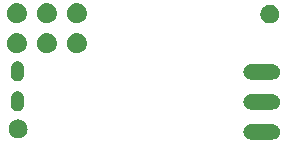
<source format=gbr>
G04 #@! TF.GenerationSoftware,KiCad,Pcbnew,7.0.3*
G04 #@! TF.CreationDate,2023-07-10T18:08:13+01:00*
G04 #@! TF.ProjectId,attiny85_ws2812_touch,61747469-6e79-4383-955f-777332383132,rev?*
G04 #@! TF.SameCoordinates,Original*
G04 #@! TF.FileFunction,Soldermask,Bot*
G04 #@! TF.FilePolarity,Negative*
%FSLAX46Y46*%
G04 Gerber Fmt 4.6, Leading zero omitted, Abs format (unit mm)*
G04 Created by KiCad (PCBNEW 7.0.3) date 2023-07-10 18:08:13*
%MOMM*%
%LPD*%
G01*
G04 APERTURE LIST*
G04 APERTURE END LIST*
G36*
X143424792Y-80938933D02*
G01*
X143458459Y-80947577D01*
X143487886Y-80950893D01*
X143533404Y-80966820D01*
X143582849Y-80979516D01*
X143605897Y-80992186D01*
X143625314Y-80998981D01*
X143674685Y-81030003D01*
X143725848Y-81058130D01*
X143738789Y-81070282D01*
X143748595Y-81076444D01*
X143798593Y-81126442D01*
X143844804Y-81169837D01*
X143849694Y-81177543D01*
X143851555Y-81179404D01*
X143919655Y-81287784D01*
X143932242Y-81307618D01*
X143951716Y-81367553D01*
X143977106Y-81440113D01*
X143978068Y-81448656D01*
X143982669Y-81462815D01*
X143986467Y-81523197D01*
X143993409Y-81584800D01*
X143991441Y-81602259D01*
X143992915Y-81625677D01*
X143982868Y-81678341D01*
X143977106Y-81729486D01*
X143968326Y-81754576D01*
X143962338Y-81785970D01*
X143942850Y-81827381D01*
X143929018Y-81866914D01*
X143910022Y-81897145D01*
X143892857Y-81933623D01*
X143868922Y-81962555D01*
X143851555Y-81990195D01*
X143819725Y-82022024D01*
X143788840Y-82059359D01*
X143765256Y-82076493D01*
X143748595Y-82093155D01*
X143702197Y-82122308D01*
X143656822Y-82155276D01*
X143637650Y-82162866D01*
X143625314Y-82170618D01*
X143563002Y-82192421D01*
X143505097Y-82215348D01*
X143493180Y-82216853D01*
X143487886Y-82218706D01*
X143401154Y-82228478D01*
X143343200Y-82235800D01*
X143336180Y-82235800D01*
X141550220Y-82235800D01*
X141543200Y-82235800D01*
X141461608Y-82230667D01*
X141427936Y-82222021D01*
X141398513Y-82218706D01*
X141353002Y-82202781D01*
X141303551Y-82190084D01*
X141280499Y-82177411D01*
X141261085Y-82170618D01*
X141211719Y-82139599D01*
X141160552Y-82111470D01*
X141147609Y-82099316D01*
X141137804Y-82093155D01*
X141087806Y-82043157D01*
X141041596Y-81999763D01*
X141036705Y-81992056D01*
X141034844Y-81990195D01*
X140966707Y-81881756D01*
X140954158Y-81861982D01*
X140934692Y-81802072D01*
X140909293Y-81729486D01*
X140908329Y-81720938D01*
X140903731Y-81706785D01*
X140899933Y-81646421D01*
X140892990Y-81584800D01*
X140894957Y-81567335D01*
X140893485Y-81543923D01*
X140903528Y-81491272D01*
X140909293Y-81440113D01*
X140918075Y-81415015D01*
X140924062Y-81383630D01*
X140943543Y-81342229D01*
X140957381Y-81302685D01*
X140976382Y-81272444D01*
X140993543Y-81235977D01*
X141017471Y-81207052D01*
X141034844Y-81179404D01*
X141066683Y-81147564D01*
X141097560Y-81110241D01*
X141121136Y-81093111D01*
X141137804Y-81076444D01*
X141184218Y-81047279D01*
X141229578Y-81014324D01*
X141248742Y-81006736D01*
X141261085Y-80998981D01*
X141323427Y-80977166D01*
X141381303Y-80954252D01*
X141393213Y-80952747D01*
X141398513Y-80950893D01*
X141485280Y-80941116D01*
X141543200Y-80933800D01*
X143343200Y-80933800D01*
X143424792Y-80938933D01*
G37*
G36*
X121863423Y-80534873D02*
G01*
X121902057Y-80534873D01*
X121945640Y-80544136D01*
X121996639Y-80549883D01*
X122033721Y-80562858D01*
X122065706Y-80569657D01*
X122111801Y-80590179D01*
X122165941Y-80609124D01*
X122194119Y-80626829D01*
X122218557Y-80637710D01*
X122264120Y-80670814D01*
X122317815Y-80704553D01*
X122337100Y-80723838D01*
X122353912Y-80736053D01*
X122395476Y-80782214D01*
X122444647Y-80831385D01*
X122455955Y-80849382D01*
X122465867Y-80860390D01*
X122499776Y-80919122D01*
X122540076Y-80983259D01*
X122545107Y-80997638D01*
X122549520Y-81005281D01*
X122572118Y-81074830D01*
X122599317Y-81152561D01*
X122600348Y-81161713D01*
X122601223Y-81164406D01*
X122609151Y-81239844D01*
X122619400Y-81330800D01*
X122609149Y-81421775D01*
X122601223Y-81497193D01*
X122600348Y-81499884D01*
X122599317Y-81509039D01*
X122572113Y-81586782D01*
X122549520Y-81656318D01*
X122545108Y-81663959D01*
X122540076Y-81678341D01*
X122499769Y-81742488D01*
X122465867Y-81801209D01*
X122455957Y-81812214D01*
X122444647Y-81830215D01*
X122395467Y-81879394D01*
X122353912Y-81925546D01*
X122337104Y-81937757D01*
X122317815Y-81957047D01*
X122264110Y-81990792D01*
X122218557Y-82023889D01*
X122194125Y-82034766D01*
X122165941Y-82052476D01*
X122111791Y-82071423D01*
X122065706Y-82091942D01*
X122033727Y-82098739D01*
X121996639Y-82111717D01*
X121945637Y-82117463D01*
X121902057Y-82126727D01*
X121863423Y-82126727D01*
X121818400Y-82131800D01*
X121773377Y-82126727D01*
X121734743Y-82126727D01*
X121691161Y-82117463D01*
X121640161Y-82111717D01*
X121603074Y-82098739D01*
X121571093Y-82091942D01*
X121525003Y-82071422D01*
X121470859Y-82052476D01*
X121442677Y-82034768D01*
X121418242Y-82023889D01*
X121372682Y-81990787D01*
X121318985Y-81957047D01*
X121299698Y-81937760D01*
X121282887Y-81925546D01*
X121241322Y-81879384D01*
X121192153Y-81830215D01*
X121180844Y-81812218D01*
X121170932Y-81801209D01*
X121137018Y-81742468D01*
X121096724Y-81678341D01*
X121091693Y-81663963D01*
X121087279Y-81656318D01*
X121064672Y-81586742D01*
X121037483Y-81509039D01*
X121036452Y-81499889D01*
X121035576Y-81497193D01*
X121027635Y-81421643D01*
X121017400Y-81330800D01*
X121027633Y-81239976D01*
X121035576Y-81164406D01*
X121036452Y-81161709D01*
X121037483Y-81152561D01*
X121064667Y-81074870D01*
X121087279Y-81005281D01*
X121091693Y-80997634D01*
X121096724Y-80983259D01*
X121137011Y-80919142D01*
X121170932Y-80860390D01*
X121180846Y-80849378D01*
X121192153Y-80831385D01*
X121241313Y-80782224D01*
X121282887Y-80736053D01*
X121299701Y-80723836D01*
X121318985Y-80704553D01*
X121372678Y-80670815D01*
X121418246Y-80637708D01*
X121442684Y-80626827D01*
X121470859Y-80609124D01*
X121524987Y-80590183D01*
X121571089Y-80569658D01*
X121603079Y-80562858D01*
X121640161Y-80549883D01*
X121691159Y-80544136D01*
X121734743Y-80534873D01*
X121773377Y-80534873D01*
X121818400Y-80529800D01*
X121863423Y-80534873D01*
G37*
G36*
X121783272Y-78147929D02*
G01*
X121833905Y-78147929D01*
X121853354Y-78152722D01*
X121879704Y-78154525D01*
X121922780Y-78169834D01*
X121962663Y-78179664D01*
X121988299Y-78193119D01*
X122021096Y-78204775D01*
X122051796Y-78226446D01*
X122080083Y-78241292D01*
X122108524Y-78266488D01*
X122143687Y-78291309D01*
X122162129Y-78313978D01*
X122179340Y-78329225D01*
X122206242Y-78368199D01*
X122238385Y-78407709D01*
X122246655Y-78426749D01*
X122254673Y-78438365D01*
X122275129Y-78492304D01*
X122298167Y-78545342D01*
X122299828Y-78557428D01*
X122301697Y-78562356D01*
X122310723Y-78636694D01*
X122318600Y-78694000D01*
X122318600Y-79294000D01*
X122313468Y-79369028D01*
X122304826Y-79399869D01*
X122301697Y-79425643D01*
X122286031Y-79466949D01*
X122272983Y-79513519D01*
X122260724Y-79533676D01*
X122254673Y-79549634D01*
X122223981Y-79594099D01*
X122195017Y-79641729D01*
X122184008Y-79652009D01*
X122179340Y-79658774D01*
X122129287Y-79703116D01*
X122085351Y-79744150D01*
X122054259Y-79760260D01*
X121962663Y-79808335D01*
X121960408Y-79808890D01*
X121952119Y-79813186D01*
X121893894Y-79825284D01*
X121833905Y-79840071D01*
X121822738Y-79840071D01*
X121805202Y-79843715D01*
X121751928Y-79840071D01*
X121701295Y-79840071D01*
X121681846Y-79835277D01*
X121655496Y-79833475D01*
X121612414Y-79818164D01*
X121572536Y-79808335D01*
X121546903Y-79794881D01*
X121514104Y-79783225D01*
X121483400Y-79761552D01*
X121455116Y-79746707D01*
X121426676Y-79721511D01*
X121391513Y-79696691D01*
X121373070Y-79674021D01*
X121355859Y-79658774D01*
X121328955Y-79619797D01*
X121296815Y-79580291D01*
X121288545Y-79561252D01*
X121280526Y-79549634D01*
X121260065Y-79495684D01*
X121237033Y-79442658D01*
X121235372Y-79430573D01*
X121233502Y-79425643D01*
X121224473Y-79351284D01*
X121216600Y-79294000D01*
X121216600Y-78694000D01*
X121221732Y-78618972D01*
X121230371Y-78588136D01*
X121233502Y-78562356D01*
X121249172Y-78521036D01*
X121262217Y-78474481D01*
X121274471Y-78454329D01*
X121280526Y-78438365D01*
X121311231Y-78393880D01*
X121340183Y-78346271D01*
X121351186Y-78335994D01*
X121355859Y-78329225D01*
X121405951Y-78284847D01*
X121449849Y-78243850D01*
X121480712Y-78227857D01*
X121572536Y-78179664D01*
X121574796Y-78179106D01*
X121583081Y-78174814D01*
X121641290Y-78162718D01*
X121701295Y-78147929D01*
X121712462Y-78147929D01*
X121729998Y-78144285D01*
X121783272Y-78147929D01*
G37*
G36*
X143424792Y-78398933D02*
G01*
X143458459Y-78407577D01*
X143487886Y-78410893D01*
X143533404Y-78426820D01*
X143582849Y-78439516D01*
X143605897Y-78452186D01*
X143625314Y-78458981D01*
X143674685Y-78490003D01*
X143725848Y-78518130D01*
X143738789Y-78530282D01*
X143748595Y-78536444D01*
X143798593Y-78586442D01*
X143844804Y-78629837D01*
X143849694Y-78637543D01*
X143851555Y-78639404D01*
X143919655Y-78747784D01*
X143932242Y-78767618D01*
X143951716Y-78827553D01*
X143977106Y-78900113D01*
X143978068Y-78908656D01*
X143982669Y-78922815D01*
X143986467Y-78983197D01*
X143993409Y-79044800D01*
X143991441Y-79062259D01*
X143992915Y-79085677D01*
X143982868Y-79138341D01*
X143977106Y-79189486D01*
X143968326Y-79214576D01*
X143962338Y-79245970D01*
X143942850Y-79287381D01*
X143929018Y-79326914D01*
X143910022Y-79357145D01*
X143892857Y-79393623D01*
X143868922Y-79422555D01*
X143851555Y-79450195D01*
X143819725Y-79482024D01*
X143788840Y-79519359D01*
X143765256Y-79536493D01*
X143748595Y-79553155D01*
X143702197Y-79582308D01*
X143656822Y-79615276D01*
X143637650Y-79622866D01*
X143625314Y-79630618D01*
X143563002Y-79652421D01*
X143505097Y-79675348D01*
X143493180Y-79676853D01*
X143487886Y-79678706D01*
X143401154Y-79688478D01*
X143343200Y-79695800D01*
X143336180Y-79695800D01*
X141550220Y-79695800D01*
X141543200Y-79695800D01*
X141461608Y-79690667D01*
X141427936Y-79682021D01*
X141398513Y-79678706D01*
X141353002Y-79662781D01*
X141303551Y-79650084D01*
X141280499Y-79637411D01*
X141261085Y-79630618D01*
X141211719Y-79599599D01*
X141160552Y-79571470D01*
X141147609Y-79559316D01*
X141137804Y-79553155D01*
X141087806Y-79503157D01*
X141041596Y-79459763D01*
X141036705Y-79452056D01*
X141034844Y-79450195D01*
X140966707Y-79341756D01*
X140954158Y-79321982D01*
X140934692Y-79262072D01*
X140909293Y-79189486D01*
X140908329Y-79180938D01*
X140903731Y-79166785D01*
X140899933Y-79106421D01*
X140892990Y-79044800D01*
X140894957Y-79027335D01*
X140893485Y-79003923D01*
X140903528Y-78951272D01*
X140909293Y-78900113D01*
X140918075Y-78875015D01*
X140924062Y-78843630D01*
X140943543Y-78802229D01*
X140957381Y-78762685D01*
X140976382Y-78732444D01*
X140993543Y-78695977D01*
X141017471Y-78667052D01*
X141034844Y-78639404D01*
X141066683Y-78607564D01*
X141097560Y-78570241D01*
X141121136Y-78553111D01*
X141137804Y-78536444D01*
X141184218Y-78507279D01*
X141229578Y-78474324D01*
X141248742Y-78466736D01*
X141261085Y-78458981D01*
X141323427Y-78437166D01*
X141381303Y-78414252D01*
X141393213Y-78412747D01*
X141398513Y-78410893D01*
X141485280Y-78401116D01*
X141543200Y-78393800D01*
X143343200Y-78393800D01*
X143424792Y-78398933D01*
G37*
G36*
X121783272Y-75607929D02*
G01*
X121833905Y-75607929D01*
X121853354Y-75612722D01*
X121879704Y-75614525D01*
X121922780Y-75629834D01*
X121962663Y-75639664D01*
X121988299Y-75653119D01*
X122021096Y-75664775D01*
X122051796Y-75686446D01*
X122080083Y-75701292D01*
X122108524Y-75726488D01*
X122143687Y-75751309D01*
X122162129Y-75773978D01*
X122179340Y-75789225D01*
X122206242Y-75828199D01*
X122238385Y-75867709D01*
X122246655Y-75886749D01*
X122254673Y-75898365D01*
X122275129Y-75952304D01*
X122298167Y-76005342D01*
X122299828Y-76017428D01*
X122301697Y-76022356D01*
X122310723Y-76096694D01*
X122318600Y-76154000D01*
X122318600Y-76754000D01*
X122313468Y-76829028D01*
X122304826Y-76859869D01*
X122301697Y-76885643D01*
X122286031Y-76926949D01*
X122272983Y-76973519D01*
X122260724Y-76993676D01*
X122254673Y-77009634D01*
X122223981Y-77054099D01*
X122195017Y-77101729D01*
X122184008Y-77112009D01*
X122179340Y-77118774D01*
X122129287Y-77163116D01*
X122085351Y-77204150D01*
X122054259Y-77220260D01*
X121962663Y-77268335D01*
X121960408Y-77268890D01*
X121952119Y-77273186D01*
X121893894Y-77285284D01*
X121833905Y-77300071D01*
X121822738Y-77300071D01*
X121805202Y-77303715D01*
X121751928Y-77300071D01*
X121701295Y-77300071D01*
X121681846Y-77295277D01*
X121655496Y-77293475D01*
X121612414Y-77278164D01*
X121572536Y-77268335D01*
X121546903Y-77254881D01*
X121514104Y-77243225D01*
X121483400Y-77221552D01*
X121455116Y-77206707D01*
X121426676Y-77181511D01*
X121391513Y-77156691D01*
X121373070Y-77134021D01*
X121355859Y-77118774D01*
X121328955Y-77079797D01*
X121296815Y-77040291D01*
X121288545Y-77021252D01*
X121280526Y-77009634D01*
X121260065Y-76955684D01*
X121237033Y-76902658D01*
X121235372Y-76890573D01*
X121233502Y-76885643D01*
X121224473Y-76811284D01*
X121216600Y-76754000D01*
X121216600Y-76154000D01*
X121221732Y-76078972D01*
X121230371Y-76048136D01*
X121233502Y-76022356D01*
X121249172Y-75981036D01*
X121262217Y-75934481D01*
X121274471Y-75914329D01*
X121280526Y-75898365D01*
X121311231Y-75853880D01*
X121340183Y-75806271D01*
X121351186Y-75795994D01*
X121355859Y-75789225D01*
X121405951Y-75744847D01*
X121449849Y-75703850D01*
X121480712Y-75687857D01*
X121572536Y-75639664D01*
X121574796Y-75639106D01*
X121583081Y-75634814D01*
X121641290Y-75622718D01*
X121701295Y-75607929D01*
X121712462Y-75607929D01*
X121729998Y-75604285D01*
X121783272Y-75607929D01*
G37*
G36*
X143424792Y-75858933D02*
G01*
X143458459Y-75867577D01*
X143487886Y-75870893D01*
X143533404Y-75886820D01*
X143582849Y-75899516D01*
X143605897Y-75912186D01*
X143625314Y-75918981D01*
X143674685Y-75950003D01*
X143725848Y-75978130D01*
X143738789Y-75990282D01*
X143748595Y-75996444D01*
X143798593Y-76046442D01*
X143844804Y-76089837D01*
X143849694Y-76097543D01*
X143851555Y-76099404D01*
X143919655Y-76207784D01*
X143932242Y-76227618D01*
X143951716Y-76287553D01*
X143977106Y-76360113D01*
X143978068Y-76368656D01*
X143982669Y-76382815D01*
X143986467Y-76443197D01*
X143993409Y-76504800D01*
X143991441Y-76522259D01*
X143992915Y-76545677D01*
X143982868Y-76598341D01*
X143977106Y-76649486D01*
X143968326Y-76674576D01*
X143962338Y-76705970D01*
X143942850Y-76747381D01*
X143929018Y-76786914D01*
X143910022Y-76817145D01*
X143892857Y-76853623D01*
X143868922Y-76882555D01*
X143851555Y-76910195D01*
X143819725Y-76942024D01*
X143788840Y-76979359D01*
X143765256Y-76996493D01*
X143748595Y-77013155D01*
X143702197Y-77042308D01*
X143656822Y-77075276D01*
X143637650Y-77082866D01*
X143625314Y-77090618D01*
X143563002Y-77112421D01*
X143505097Y-77135348D01*
X143493180Y-77136853D01*
X143487886Y-77138706D01*
X143401154Y-77148478D01*
X143343200Y-77155800D01*
X143336180Y-77155800D01*
X141550220Y-77155800D01*
X141543200Y-77155800D01*
X141461608Y-77150667D01*
X141427936Y-77142021D01*
X141398513Y-77138706D01*
X141353002Y-77122781D01*
X141303551Y-77110084D01*
X141280499Y-77097411D01*
X141261085Y-77090618D01*
X141211719Y-77059599D01*
X141160552Y-77031470D01*
X141147609Y-77019316D01*
X141137804Y-77013155D01*
X141087806Y-76963157D01*
X141041596Y-76919763D01*
X141036705Y-76912056D01*
X141034844Y-76910195D01*
X140966707Y-76801756D01*
X140954158Y-76781982D01*
X140934692Y-76722072D01*
X140909293Y-76649486D01*
X140908329Y-76640938D01*
X140903731Y-76626785D01*
X140899933Y-76566421D01*
X140892990Y-76504800D01*
X140894957Y-76487335D01*
X140893485Y-76463923D01*
X140903528Y-76411272D01*
X140909293Y-76360113D01*
X140918075Y-76335015D01*
X140924062Y-76303630D01*
X140943543Y-76262229D01*
X140957381Y-76222685D01*
X140976382Y-76192444D01*
X140993543Y-76155977D01*
X141017471Y-76127052D01*
X141034844Y-76099404D01*
X141066683Y-76067564D01*
X141097560Y-76030241D01*
X141121136Y-76013111D01*
X141137804Y-75996444D01*
X141184218Y-75967279D01*
X141229578Y-75934324D01*
X141248742Y-75926736D01*
X141261085Y-75918981D01*
X141323427Y-75897166D01*
X141381303Y-75874252D01*
X141393213Y-75872747D01*
X141398513Y-75870893D01*
X141485280Y-75861116D01*
X141543200Y-75853800D01*
X143343200Y-75853800D01*
X143424792Y-75858933D01*
G37*
G36*
X121757999Y-73220062D02*
G01*
X121805754Y-73220062D01*
X121846994Y-73228827D01*
X121882701Y-73232345D01*
X121927559Y-73245952D01*
X121979773Y-73257051D01*
X122013184Y-73271926D01*
X122042235Y-73280739D01*
X122088402Y-73305415D01*
X122142300Y-73329412D01*
X122167354Y-73347615D01*
X122189253Y-73359320D01*
X122233928Y-73395984D01*
X122286230Y-73433984D01*
X122303211Y-73452843D01*
X122318120Y-73465079D01*
X122358187Y-73513901D01*
X122405273Y-73566195D01*
X122415164Y-73583327D01*
X122423879Y-73593946D01*
X122456106Y-73654240D01*
X122494227Y-73720267D01*
X122498613Y-73733768D01*
X122502460Y-73740964D01*
X122523661Y-73810855D01*
X122549204Y-73889467D01*
X122550103Y-73898023D01*
X122550854Y-73900498D01*
X122558171Y-73974789D01*
X122567800Y-74066400D01*
X122558170Y-74158019D01*
X122550854Y-74232301D01*
X122550103Y-74234775D01*
X122549204Y-74243333D01*
X122523656Y-74321958D01*
X122502460Y-74391835D01*
X122498614Y-74399029D01*
X122494227Y-74412533D01*
X122456099Y-74478572D01*
X122423879Y-74538853D01*
X122415166Y-74549469D01*
X122405273Y-74566605D01*
X122358178Y-74618909D01*
X122318120Y-74667720D01*
X122303214Y-74679952D01*
X122286230Y-74698816D01*
X122233918Y-74736823D01*
X122189253Y-74773479D01*
X122167359Y-74785180D01*
X122142300Y-74803388D01*
X122088391Y-74827389D01*
X122042235Y-74852060D01*
X122013191Y-74860870D01*
X121979773Y-74875749D01*
X121927548Y-74886849D01*
X121882701Y-74900454D01*
X121847003Y-74903970D01*
X121805754Y-74912738D01*
X121757988Y-74912738D01*
X121716799Y-74916795D01*
X121675611Y-74912738D01*
X121627846Y-74912738D01*
X121586597Y-74903970D01*
X121550898Y-74900454D01*
X121506048Y-74886848D01*
X121453827Y-74875749D01*
X121420410Y-74860871D01*
X121391364Y-74852060D01*
X121345202Y-74827386D01*
X121291300Y-74803388D01*
X121266243Y-74785183D01*
X121244346Y-74773479D01*
X121199673Y-74736816D01*
X121147370Y-74698816D01*
X121130388Y-74679955D01*
X121115479Y-74667720D01*
X121075410Y-74618896D01*
X121028327Y-74566605D01*
X121018436Y-74549473D01*
X121009720Y-74538853D01*
X120977487Y-74478548D01*
X120939373Y-74412533D01*
X120934986Y-74399034D01*
X120931139Y-74391835D01*
X120909928Y-74321912D01*
X120884396Y-74243333D01*
X120883497Y-74234780D01*
X120882745Y-74232301D01*
X120875414Y-74157874D01*
X120865800Y-74066400D01*
X120875411Y-73974947D01*
X120882745Y-73900498D01*
X120883497Y-73898018D01*
X120884396Y-73889467D01*
X120909923Y-73810902D01*
X120931139Y-73740964D01*
X120934987Y-73733763D01*
X120939373Y-73720267D01*
X120977480Y-73654263D01*
X121009720Y-73593946D01*
X121018438Y-73583323D01*
X121028327Y-73566195D01*
X121075401Y-73513913D01*
X121115479Y-73465079D01*
X121130391Y-73452840D01*
X121147370Y-73433984D01*
X121199662Y-73395991D01*
X121244346Y-73359320D01*
X121266248Y-73347613D01*
X121291300Y-73329412D01*
X121345191Y-73305418D01*
X121391364Y-73280739D01*
X121420417Y-73271925D01*
X121453827Y-73257051D01*
X121506037Y-73245953D01*
X121550898Y-73232345D01*
X121586606Y-73228827D01*
X121627846Y-73220062D01*
X121675601Y-73220062D01*
X121716800Y-73216004D01*
X121757999Y-73220062D01*
G37*
G36*
X124297999Y-73220062D02*
G01*
X124345754Y-73220062D01*
X124386994Y-73228827D01*
X124422701Y-73232345D01*
X124467559Y-73245952D01*
X124519773Y-73257051D01*
X124553184Y-73271926D01*
X124582235Y-73280739D01*
X124628402Y-73305415D01*
X124682300Y-73329412D01*
X124707354Y-73347615D01*
X124729253Y-73359320D01*
X124773928Y-73395984D01*
X124826230Y-73433984D01*
X124843211Y-73452843D01*
X124858120Y-73465079D01*
X124898187Y-73513901D01*
X124945273Y-73566195D01*
X124955164Y-73583327D01*
X124963879Y-73593946D01*
X124996106Y-73654240D01*
X125034227Y-73720267D01*
X125038613Y-73733768D01*
X125042460Y-73740964D01*
X125063661Y-73810855D01*
X125089204Y-73889467D01*
X125090103Y-73898023D01*
X125090854Y-73900498D01*
X125098171Y-73974789D01*
X125107800Y-74066400D01*
X125098170Y-74158019D01*
X125090854Y-74232301D01*
X125090103Y-74234775D01*
X125089204Y-74243333D01*
X125063656Y-74321958D01*
X125042460Y-74391835D01*
X125038614Y-74399029D01*
X125034227Y-74412533D01*
X124996099Y-74478572D01*
X124963879Y-74538853D01*
X124955166Y-74549469D01*
X124945273Y-74566605D01*
X124898178Y-74618909D01*
X124858120Y-74667720D01*
X124843214Y-74679952D01*
X124826230Y-74698816D01*
X124773918Y-74736823D01*
X124729253Y-74773479D01*
X124707359Y-74785180D01*
X124682300Y-74803388D01*
X124628391Y-74827389D01*
X124582235Y-74852060D01*
X124553191Y-74860870D01*
X124519773Y-74875749D01*
X124467548Y-74886849D01*
X124422701Y-74900454D01*
X124387003Y-74903970D01*
X124345754Y-74912738D01*
X124297988Y-74912738D01*
X124256799Y-74916795D01*
X124215611Y-74912738D01*
X124167846Y-74912738D01*
X124126597Y-74903970D01*
X124090898Y-74900454D01*
X124046048Y-74886848D01*
X123993827Y-74875749D01*
X123960410Y-74860871D01*
X123931364Y-74852060D01*
X123885202Y-74827386D01*
X123831300Y-74803388D01*
X123806243Y-74785183D01*
X123784346Y-74773479D01*
X123739673Y-74736816D01*
X123687370Y-74698816D01*
X123670388Y-74679955D01*
X123655479Y-74667720D01*
X123615410Y-74618896D01*
X123568327Y-74566605D01*
X123558436Y-74549473D01*
X123549720Y-74538853D01*
X123517487Y-74478548D01*
X123479373Y-74412533D01*
X123474986Y-74399034D01*
X123471139Y-74391835D01*
X123449928Y-74321912D01*
X123424396Y-74243333D01*
X123423497Y-74234780D01*
X123422745Y-74232301D01*
X123415414Y-74157874D01*
X123405800Y-74066400D01*
X123415411Y-73974947D01*
X123422745Y-73900498D01*
X123423497Y-73898018D01*
X123424396Y-73889467D01*
X123449923Y-73810902D01*
X123471139Y-73740964D01*
X123474987Y-73733763D01*
X123479373Y-73720267D01*
X123517480Y-73654263D01*
X123549720Y-73593946D01*
X123558438Y-73583323D01*
X123568327Y-73566195D01*
X123615401Y-73513913D01*
X123655479Y-73465079D01*
X123670391Y-73452840D01*
X123687370Y-73433984D01*
X123739662Y-73395991D01*
X123784346Y-73359320D01*
X123806248Y-73347613D01*
X123831300Y-73329412D01*
X123885191Y-73305418D01*
X123931364Y-73280739D01*
X123960417Y-73271925D01*
X123993827Y-73257051D01*
X124046037Y-73245953D01*
X124090898Y-73232345D01*
X124126606Y-73228827D01*
X124167846Y-73220062D01*
X124215601Y-73220062D01*
X124256800Y-73216004D01*
X124297999Y-73220062D01*
G37*
G36*
X126837999Y-73220062D02*
G01*
X126885754Y-73220062D01*
X126926994Y-73228827D01*
X126962701Y-73232345D01*
X127007559Y-73245952D01*
X127059773Y-73257051D01*
X127093184Y-73271926D01*
X127122235Y-73280739D01*
X127168402Y-73305415D01*
X127222300Y-73329412D01*
X127247354Y-73347615D01*
X127269253Y-73359320D01*
X127313928Y-73395984D01*
X127366230Y-73433984D01*
X127383211Y-73452843D01*
X127398120Y-73465079D01*
X127438187Y-73513901D01*
X127485273Y-73566195D01*
X127495164Y-73583327D01*
X127503879Y-73593946D01*
X127536106Y-73654240D01*
X127574227Y-73720267D01*
X127578613Y-73733768D01*
X127582460Y-73740964D01*
X127603661Y-73810855D01*
X127629204Y-73889467D01*
X127630103Y-73898023D01*
X127630854Y-73900498D01*
X127638171Y-73974789D01*
X127647800Y-74066400D01*
X127638170Y-74158019D01*
X127630854Y-74232301D01*
X127630103Y-74234775D01*
X127629204Y-74243333D01*
X127603656Y-74321958D01*
X127582460Y-74391835D01*
X127578614Y-74399029D01*
X127574227Y-74412533D01*
X127536099Y-74478572D01*
X127503879Y-74538853D01*
X127495166Y-74549469D01*
X127485273Y-74566605D01*
X127438178Y-74618909D01*
X127398120Y-74667720D01*
X127383214Y-74679952D01*
X127366230Y-74698816D01*
X127313918Y-74736823D01*
X127269253Y-74773479D01*
X127247359Y-74785180D01*
X127222300Y-74803388D01*
X127168391Y-74827389D01*
X127122235Y-74852060D01*
X127093191Y-74860870D01*
X127059773Y-74875749D01*
X127007548Y-74886849D01*
X126962701Y-74900454D01*
X126927003Y-74903970D01*
X126885754Y-74912738D01*
X126837988Y-74912738D01*
X126796799Y-74916795D01*
X126755611Y-74912738D01*
X126707846Y-74912738D01*
X126666597Y-74903970D01*
X126630898Y-74900454D01*
X126586048Y-74886848D01*
X126533827Y-74875749D01*
X126500410Y-74860871D01*
X126471364Y-74852060D01*
X126425202Y-74827386D01*
X126371300Y-74803388D01*
X126346243Y-74785183D01*
X126324346Y-74773479D01*
X126279673Y-74736816D01*
X126227370Y-74698816D01*
X126210388Y-74679955D01*
X126195479Y-74667720D01*
X126155410Y-74618896D01*
X126108327Y-74566605D01*
X126098436Y-74549473D01*
X126089720Y-74538853D01*
X126057487Y-74478548D01*
X126019373Y-74412533D01*
X126014986Y-74399034D01*
X126011139Y-74391835D01*
X125989928Y-74321912D01*
X125964396Y-74243333D01*
X125963497Y-74234780D01*
X125962745Y-74232301D01*
X125955414Y-74157874D01*
X125945800Y-74066400D01*
X125955411Y-73974947D01*
X125962745Y-73900498D01*
X125963497Y-73898018D01*
X125964396Y-73889467D01*
X125989923Y-73810902D01*
X126011139Y-73740964D01*
X126014987Y-73733763D01*
X126019373Y-73720267D01*
X126057480Y-73654263D01*
X126089720Y-73593946D01*
X126098438Y-73583323D01*
X126108327Y-73566195D01*
X126155401Y-73513913D01*
X126195479Y-73465079D01*
X126210391Y-73452840D01*
X126227370Y-73433984D01*
X126279662Y-73395991D01*
X126324346Y-73359320D01*
X126346248Y-73347613D01*
X126371300Y-73329412D01*
X126425191Y-73305418D01*
X126471364Y-73280739D01*
X126500417Y-73271925D01*
X126533827Y-73257051D01*
X126586037Y-73245953D01*
X126630898Y-73232345D01*
X126666606Y-73228827D01*
X126707846Y-73220062D01*
X126755601Y-73220062D01*
X126796800Y-73216004D01*
X126837999Y-73220062D01*
G37*
G36*
X143174023Y-70806673D02*
G01*
X143212657Y-70806673D01*
X143256240Y-70815936D01*
X143307239Y-70821683D01*
X143344321Y-70834658D01*
X143376306Y-70841457D01*
X143422401Y-70861979D01*
X143476541Y-70880924D01*
X143504719Y-70898629D01*
X143529157Y-70909510D01*
X143574720Y-70942614D01*
X143628415Y-70976353D01*
X143647700Y-70995638D01*
X143664512Y-71007853D01*
X143706076Y-71054014D01*
X143755247Y-71103185D01*
X143766555Y-71121182D01*
X143776467Y-71132190D01*
X143810376Y-71190922D01*
X143850676Y-71255059D01*
X143855707Y-71269438D01*
X143860120Y-71277081D01*
X143882718Y-71346630D01*
X143909917Y-71424361D01*
X143910948Y-71433513D01*
X143911823Y-71436206D01*
X143919751Y-71511644D01*
X143930000Y-71602600D01*
X143919749Y-71693575D01*
X143911823Y-71768993D01*
X143910948Y-71771684D01*
X143909917Y-71780839D01*
X143882713Y-71858582D01*
X143860120Y-71928118D01*
X143855708Y-71935759D01*
X143850676Y-71950141D01*
X143810369Y-72014288D01*
X143776467Y-72073009D01*
X143766557Y-72084014D01*
X143755247Y-72102015D01*
X143706067Y-72151194D01*
X143664512Y-72197346D01*
X143647704Y-72209557D01*
X143628415Y-72228847D01*
X143574710Y-72262592D01*
X143529157Y-72295689D01*
X143504725Y-72306566D01*
X143476541Y-72324276D01*
X143422391Y-72343223D01*
X143376306Y-72363742D01*
X143344327Y-72370539D01*
X143307239Y-72383517D01*
X143256237Y-72389263D01*
X143212657Y-72398527D01*
X143174023Y-72398527D01*
X143129000Y-72403600D01*
X143083977Y-72398527D01*
X143045343Y-72398527D01*
X143001761Y-72389263D01*
X142950761Y-72383517D01*
X142913674Y-72370539D01*
X142881693Y-72363742D01*
X142835603Y-72343222D01*
X142781459Y-72324276D01*
X142753277Y-72306568D01*
X142728842Y-72295689D01*
X142683282Y-72262587D01*
X142629585Y-72228847D01*
X142610298Y-72209560D01*
X142593487Y-72197346D01*
X142551922Y-72151184D01*
X142502753Y-72102015D01*
X142491444Y-72084018D01*
X142481532Y-72073009D01*
X142447618Y-72014268D01*
X142407324Y-71950141D01*
X142402293Y-71935763D01*
X142397879Y-71928118D01*
X142375272Y-71858542D01*
X142348083Y-71780839D01*
X142347052Y-71771689D01*
X142346176Y-71768993D01*
X142338235Y-71693443D01*
X142328000Y-71602600D01*
X142338233Y-71511776D01*
X142346176Y-71436206D01*
X142347052Y-71433509D01*
X142348083Y-71424361D01*
X142375267Y-71346670D01*
X142397879Y-71277081D01*
X142402293Y-71269434D01*
X142407324Y-71255059D01*
X142447611Y-71190942D01*
X142481532Y-71132190D01*
X142491446Y-71121178D01*
X142502753Y-71103185D01*
X142551913Y-71054024D01*
X142593487Y-71007853D01*
X142610301Y-70995636D01*
X142629585Y-70976353D01*
X142683278Y-70942615D01*
X142728846Y-70909508D01*
X142753284Y-70898627D01*
X142781459Y-70880924D01*
X142835587Y-70861983D01*
X142881689Y-70841458D01*
X142913679Y-70834658D01*
X142950761Y-70821683D01*
X143001759Y-70815936D01*
X143045343Y-70806673D01*
X143083977Y-70806673D01*
X143129000Y-70801600D01*
X143174023Y-70806673D01*
G37*
G36*
X121757999Y-70680062D02*
G01*
X121805754Y-70680062D01*
X121846994Y-70688827D01*
X121882701Y-70692345D01*
X121927559Y-70705952D01*
X121979773Y-70717051D01*
X122013184Y-70731926D01*
X122042235Y-70740739D01*
X122088402Y-70765415D01*
X122142300Y-70789412D01*
X122167354Y-70807615D01*
X122189253Y-70819320D01*
X122233928Y-70855984D01*
X122286230Y-70893984D01*
X122303211Y-70912843D01*
X122318120Y-70925079D01*
X122358187Y-70973901D01*
X122405273Y-71026195D01*
X122415164Y-71043327D01*
X122423879Y-71053946D01*
X122456106Y-71114240D01*
X122494227Y-71180267D01*
X122498613Y-71193768D01*
X122502460Y-71200964D01*
X122523661Y-71270855D01*
X122549204Y-71349467D01*
X122550103Y-71358023D01*
X122550854Y-71360498D01*
X122558171Y-71434789D01*
X122567800Y-71526400D01*
X122558170Y-71618019D01*
X122550854Y-71692301D01*
X122550103Y-71694775D01*
X122549204Y-71703333D01*
X122523656Y-71781958D01*
X122502460Y-71851835D01*
X122498614Y-71859029D01*
X122494227Y-71872533D01*
X122456099Y-71938572D01*
X122423879Y-71998853D01*
X122415166Y-72009469D01*
X122405273Y-72026605D01*
X122358178Y-72078909D01*
X122318120Y-72127720D01*
X122303214Y-72139952D01*
X122286230Y-72158816D01*
X122233918Y-72196823D01*
X122189253Y-72233479D01*
X122167359Y-72245180D01*
X122142300Y-72263388D01*
X122088391Y-72287389D01*
X122042235Y-72312060D01*
X122013191Y-72320870D01*
X121979773Y-72335749D01*
X121927548Y-72346849D01*
X121882701Y-72360454D01*
X121847003Y-72363970D01*
X121805754Y-72372738D01*
X121757988Y-72372738D01*
X121716799Y-72376795D01*
X121675611Y-72372738D01*
X121627846Y-72372738D01*
X121586597Y-72363970D01*
X121550898Y-72360454D01*
X121506048Y-72346848D01*
X121453827Y-72335749D01*
X121420410Y-72320871D01*
X121391364Y-72312060D01*
X121345202Y-72287386D01*
X121291300Y-72263388D01*
X121266243Y-72245183D01*
X121244346Y-72233479D01*
X121199673Y-72196816D01*
X121147370Y-72158816D01*
X121130388Y-72139955D01*
X121115479Y-72127720D01*
X121075410Y-72078896D01*
X121028327Y-72026605D01*
X121018436Y-72009473D01*
X121009720Y-71998853D01*
X120977487Y-71938548D01*
X120939373Y-71872533D01*
X120934986Y-71859034D01*
X120931139Y-71851835D01*
X120909928Y-71781912D01*
X120884396Y-71703333D01*
X120883497Y-71694780D01*
X120882745Y-71692301D01*
X120875413Y-71617867D01*
X120865800Y-71526400D01*
X120875412Y-71434940D01*
X120882745Y-71360498D01*
X120883497Y-71358018D01*
X120884396Y-71349467D01*
X120909923Y-71270902D01*
X120931139Y-71200964D01*
X120934987Y-71193763D01*
X120939373Y-71180267D01*
X120977480Y-71114263D01*
X121009720Y-71053946D01*
X121018438Y-71043323D01*
X121028327Y-71026195D01*
X121075401Y-70973913D01*
X121115479Y-70925079D01*
X121130391Y-70912840D01*
X121147370Y-70893984D01*
X121199662Y-70855991D01*
X121244346Y-70819320D01*
X121266248Y-70807613D01*
X121291300Y-70789412D01*
X121345191Y-70765418D01*
X121391364Y-70740739D01*
X121420417Y-70731925D01*
X121453827Y-70717051D01*
X121506037Y-70705953D01*
X121550898Y-70692345D01*
X121586606Y-70688827D01*
X121627846Y-70680062D01*
X121675601Y-70680062D01*
X121716800Y-70676004D01*
X121757999Y-70680062D01*
G37*
G36*
X124297999Y-70680062D02*
G01*
X124345754Y-70680062D01*
X124386994Y-70688827D01*
X124422701Y-70692345D01*
X124467559Y-70705952D01*
X124519773Y-70717051D01*
X124553184Y-70731926D01*
X124582235Y-70740739D01*
X124628402Y-70765415D01*
X124682300Y-70789412D01*
X124707354Y-70807615D01*
X124729253Y-70819320D01*
X124773928Y-70855984D01*
X124826230Y-70893984D01*
X124843211Y-70912843D01*
X124858120Y-70925079D01*
X124898187Y-70973901D01*
X124945273Y-71026195D01*
X124955164Y-71043327D01*
X124963879Y-71053946D01*
X124996106Y-71114240D01*
X125034227Y-71180267D01*
X125038613Y-71193768D01*
X125042460Y-71200964D01*
X125063661Y-71270855D01*
X125089204Y-71349467D01*
X125090103Y-71358023D01*
X125090854Y-71360498D01*
X125098171Y-71434789D01*
X125107800Y-71526400D01*
X125098170Y-71618019D01*
X125090854Y-71692301D01*
X125090103Y-71694775D01*
X125089204Y-71703333D01*
X125063656Y-71781958D01*
X125042460Y-71851835D01*
X125038614Y-71859029D01*
X125034227Y-71872533D01*
X124996099Y-71938572D01*
X124963879Y-71998853D01*
X124955166Y-72009469D01*
X124945273Y-72026605D01*
X124898178Y-72078909D01*
X124858120Y-72127720D01*
X124843214Y-72139952D01*
X124826230Y-72158816D01*
X124773918Y-72196823D01*
X124729253Y-72233479D01*
X124707359Y-72245180D01*
X124682300Y-72263388D01*
X124628391Y-72287389D01*
X124582235Y-72312060D01*
X124553191Y-72320870D01*
X124519773Y-72335749D01*
X124467548Y-72346849D01*
X124422701Y-72360454D01*
X124387003Y-72363970D01*
X124345754Y-72372738D01*
X124297988Y-72372738D01*
X124256799Y-72376795D01*
X124215611Y-72372738D01*
X124167846Y-72372738D01*
X124126597Y-72363970D01*
X124090898Y-72360454D01*
X124046048Y-72346848D01*
X123993827Y-72335749D01*
X123960410Y-72320871D01*
X123931364Y-72312060D01*
X123885202Y-72287386D01*
X123831300Y-72263388D01*
X123806243Y-72245183D01*
X123784346Y-72233479D01*
X123739673Y-72196816D01*
X123687370Y-72158816D01*
X123670388Y-72139955D01*
X123655479Y-72127720D01*
X123615410Y-72078896D01*
X123568327Y-72026605D01*
X123558436Y-72009473D01*
X123549720Y-71998853D01*
X123517487Y-71938548D01*
X123479373Y-71872533D01*
X123474986Y-71859034D01*
X123471139Y-71851835D01*
X123449928Y-71781912D01*
X123424396Y-71703333D01*
X123423497Y-71694780D01*
X123422745Y-71692301D01*
X123415413Y-71617867D01*
X123405800Y-71526400D01*
X123415412Y-71434940D01*
X123422745Y-71360498D01*
X123423497Y-71358018D01*
X123424396Y-71349467D01*
X123449923Y-71270902D01*
X123471139Y-71200964D01*
X123474987Y-71193763D01*
X123479373Y-71180267D01*
X123517480Y-71114263D01*
X123549720Y-71053946D01*
X123558438Y-71043323D01*
X123568327Y-71026195D01*
X123615401Y-70973913D01*
X123655479Y-70925079D01*
X123670391Y-70912840D01*
X123687370Y-70893984D01*
X123739662Y-70855991D01*
X123784346Y-70819320D01*
X123806248Y-70807613D01*
X123831300Y-70789412D01*
X123885191Y-70765418D01*
X123931364Y-70740739D01*
X123960417Y-70731925D01*
X123993827Y-70717051D01*
X124046037Y-70705953D01*
X124090898Y-70692345D01*
X124126606Y-70688827D01*
X124167846Y-70680062D01*
X124215601Y-70680062D01*
X124256800Y-70676004D01*
X124297999Y-70680062D01*
G37*
G36*
X126837999Y-70680062D02*
G01*
X126885754Y-70680062D01*
X126926994Y-70688827D01*
X126962701Y-70692345D01*
X127007559Y-70705952D01*
X127059773Y-70717051D01*
X127093184Y-70731926D01*
X127122235Y-70740739D01*
X127168402Y-70765415D01*
X127222300Y-70789412D01*
X127247354Y-70807615D01*
X127269253Y-70819320D01*
X127313928Y-70855984D01*
X127366230Y-70893984D01*
X127383211Y-70912843D01*
X127398120Y-70925079D01*
X127438187Y-70973901D01*
X127485273Y-71026195D01*
X127495164Y-71043327D01*
X127503879Y-71053946D01*
X127536106Y-71114240D01*
X127574227Y-71180267D01*
X127578613Y-71193768D01*
X127582460Y-71200964D01*
X127603661Y-71270855D01*
X127629204Y-71349467D01*
X127630103Y-71358023D01*
X127630854Y-71360498D01*
X127638171Y-71434789D01*
X127647800Y-71526400D01*
X127638170Y-71618019D01*
X127630854Y-71692301D01*
X127630103Y-71694775D01*
X127629204Y-71703333D01*
X127603656Y-71781958D01*
X127582460Y-71851835D01*
X127578614Y-71859029D01*
X127574227Y-71872533D01*
X127536099Y-71938572D01*
X127503879Y-71998853D01*
X127495166Y-72009469D01*
X127485273Y-72026605D01*
X127438178Y-72078909D01*
X127398120Y-72127720D01*
X127383214Y-72139952D01*
X127366230Y-72158816D01*
X127313918Y-72196823D01*
X127269253Y-72233479D01*
X127247359Y-72245180D01*
X127222300Y-72263388D01*
X127168391Y-72287389D01*
X127122235Y-72312060D01*
X127093191Y-72320870D01*
X127059773Y-72335749D01*
X127007548Y-72346849D01*
X126962701Y-72360454D01*
X126927003Y-72363970D01*
X126885754Y-72372738D01*
X126837988Y-72372738D01*
X126796799Y-72376795D01*
X126755611Y-72372738D01*
X126707846Y-72372738D01*
X126666597Y-72363970D01*
X126630898Y-72360454D01*
X126586048Y-72346848D01*
X126533827Y-72335749D01*
X126500410Y-72320871D01*
X126471364Y-72312060D01*
X126425202Y-72287386D01*
X126371300Y-72263388D01*
X126346243Y-72245183D01*
X126324346Y-72233479D01*
X126279673Y-72196816D01*
X126227370Y-72158816D01*
X126210388Y-72139955D01*
X126195479Y-72127720D01*
X126155410Y-72078896D01*
X126108327Y-72026605D01*
X126098436Y-72009473D01*
X126089720Y-71998853D01*
X126057487Y-71938548D01*
X126019373Y-71872533D01*
X126014986Y-71859034D01*
X126011139Y-71851835D01*
X125989928Y-71781912D01*
X125964396Y-71703333D01*
X125963497Y-71694780D01*
X125962745Y-71692301D01*
X125955413Y-71617867D01*
X125945800Y-71526400D01*
X125955412Y-71434940D01*
X125962745Y-71360498D01*
X125963497Y-71358018D01*
X125964396Y-71349467D01*
X125989923Y-71270902D01*
X126011139Y-71200964D01*
X126014987Y-71193763D01*
X126019373Y-71180267D01*
X126057480Y-71114263D01*
X126089720Y-71053946D01*
X126098438Y-71043323D01*
X126108327Y-71026195D01*
X126155401Y-70973913D01*
X126195479Y-70925079D01*
X126210391Y-70912840D01*
X126227370Y-70893984D01*
X126279662Y-70855991D01*
X126324346Y-70819320D01*
X126346248Y-70807613D01*
X126371300Y-70789412D01*
X126425191Y-70765418D01*
X126471364Y-70740739D01*
X126500417Y-70731925D01*
X126533827Y-70717051D01*
X126586037Y-70705953D01*
X126630898Y-70692345D01*
X126666606Y-70688827D01*
X126707846Y-70680062D01*
X126755601Y-70680062D01*
X126796800Y-70676004D01*
X126837999Y-70680062D01*
G37*
M02*

</source>
